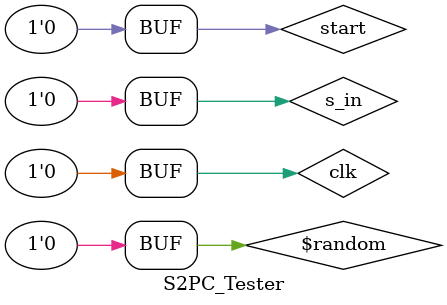
<source format=v>


`timescale 1ns/100ps

module S2PC_Tester;
  
  // Initialize inputs and outputs:
  
  reg clk, start, s_in;
  wire [8:0] parout;
  wire ready;
  
  // Instantiate a S2PC module:
  
  S2PC UUT (clk, start, s_in, parout, ready);
  
  // Initialize all registers to initial values:
  
  initial begin
    
    clk   = 0;
    start = 0;
    s_in  = 0;
    
  end
  
  // Initialize the clock:
  
  initial repeat (25) #10 clk = ~clk;
  
  // Assign the serial input to a random value every 7ns
  
  initial repeat (35) #7 s_in = $random;
  
  // Begin the sequence of serial input:
  
  initial begin
    
    start <= #25 1;
    start <= #35 0;
    
  end
  
endmodule
</source>
